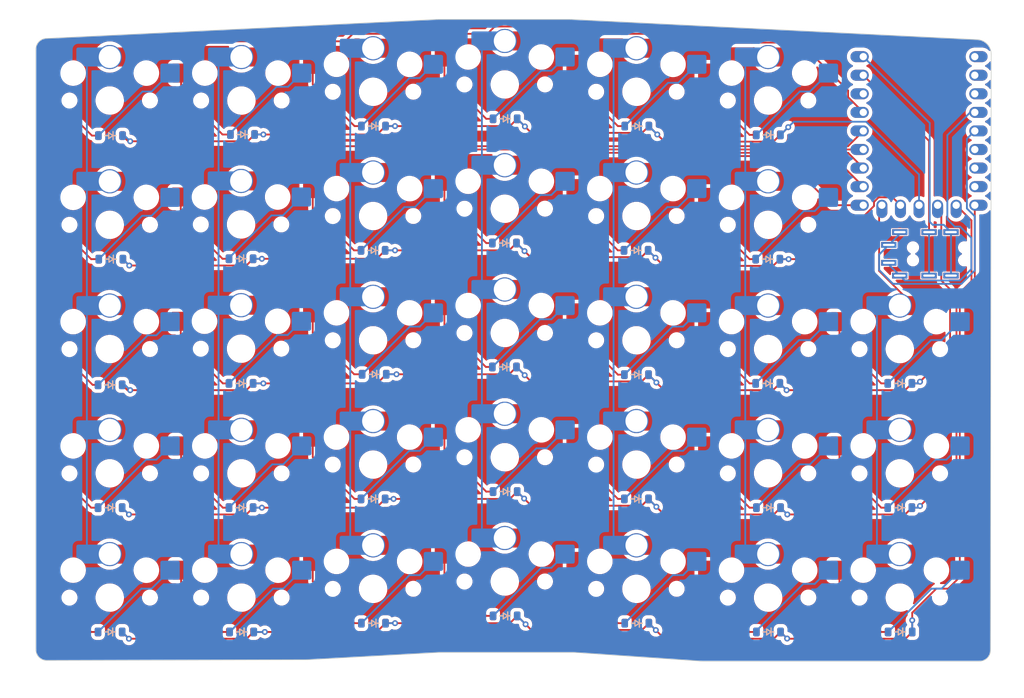
<source format=kicad_pcb>
(kicad_pcb (version 20240108) (generator "pcbnew") (generator_version "8.0")
  (layers (0 "F.Cu" signal) (31 "B.Cu" signal) (34 "B.Paste" user) (35 "F.Paste" user) (36 "B.SilkS" user "B.Silkscreen") (37 "F.SilkS" user "F.Silkscreen") (38 "B.Mask" user) (39 "F.Mask" user) (44 "Edge.Cuts" user))
  (net 0 "")
  (net 1 "Row 0")
  (net 2 "Net-(D1-A)")
  (net 3 "Net-(D2-A)")
  (net 4 "Net-(D3-A)")
  (net 5 "Net-(D4-A)")
  (net 6 "Net-(D5-A)")
  (net 7 "Net-(D6-A)")
  (net 8 "Row 1")
  (net 9 "Net-(D7-A)")
  (net 10 "Net-(D8-A)")
  (net 11 "Net-(D9-A)")
  (net 12 "Net-(D10-A)")
  (net 13 "Net-(D11-A)")
  (net 14 "Net-(D12-A)")
  (net 15 "Row 2")
  (net 16 "Net-(D13-A)")
  (net 17 "Net-(D14-A)")
  (net 18 "Net-(D15-A)")
  (net 19 "Net-(D16-A)")
  (net 20 "Net-(D17-A)")
  (net 21 "Net-(D18-A)")
  (net 22 "Row 3")
  (net 23 "Net-(D19-A)")
  (net 24 "Net-(D20-A)")
  (net 25 "Net-(D21-A)")
  (net 26 "Net-(D22-A)")
  (net 27 "Net-(D23-A)")
  (net 28 "Net-(D24-A)")
  (net 29 "Row 4")
  (net 30 "Net-(D25-A)")
  (net 31 "Net-(D26-A)")
  (net 32 "Net-(D27-A)")
  (net 33 "Net-(D28-A)")
  (net 34 "Net-(D29-A)")
  (net 35 "Net-(D30-A)")
  (net 36 "Net-(D31-A)")
  (net 37 "Net-(D32-A)")
  (net 38 "Col 0")
  (net 39 "Col 1")
  (net 40 "Col 2")
  (net 41 "Col 3")
  (net 42 "Col 4")
  (net 43 "Col 5")
  (net 44 "Col 6")
  (net 46 "GND")
  (net 48 "VCC")
  (net 54 "Net-(D33-A)")
  (net 55 "RX2")
  (net 56 "TX1")
  (net 57 "Net-(D34-A)")
  (net 58 "Net-(D35-A)")
  (net 59 "Net-(D36-A)")
  (net 60 "Net-(D37-A)")
  (net 61 "Net-(D38-A)")
  (net 62 "Net-(D39-A)")
  (net 63 "Net-(D40-A)")
  (net 64 "Net-(D41-A)")
  (net 65 "Net-(D42-A)")
  (net 66 "Net-(D43-A)")
  (net 67 "Net-(D44-A)")
  (net 68 "Net-(D45-A)")
  (net 69 "Net-(D46-A)")
  (net 70 "Net-(D47-A)")
  (net 71 "Net-(D48-A)")
  (net 72 "Net-(D49-A)")
  (net 73 "Net-(D50-A)")
  (net 74 "Net-(D51-A)")
  (net 75 "Net-(D52-A)")
  (net 76 "Net-(D53-A)")
  (net 77 "Net-(D54-A)")
  (net 78 "Net-(D55-A)")
  (net 79 "Net-(D56-A)")
  (net 80 "Net-(D57-A)")
  (net 81 "Net-(D58-A)")
  (net 82 "Net-(D59-A)")
  (net 83 "Net-(D60-A)")
  (net 84 "Net-(D61-A)")
  (net 85 "Net-(D62-A)")
  (net 86 "Net-(D63-A)")
  (net 87 "Net-(D64-A)")
  (net 88 "Net-(D65-A)")
  (net 89 "Net-(D66-A)")
  (footprint "ScottoKeebs_Components:Diode_SOD-123_clean" (layer "F.Cu") (at 143.82 116.33 180)
    (property "Reference" "D47" (hide yes))
    (property "Value" "Diode")
  )
  (footprint "ScottoKeebs_Choc:SW_choc_v1_HS_1u_Reversible_clean" (layer "F.Cu") (at 161.82 61.83)
    (property "Reference" "S6" (hide yes))
    (property "Value" "~")
  )
  (footprint "ScottoKeebs_Components:Diode_SOD-123_clean" (layer "F.Cu") (at 125.87 115.33 180)
    (property "Reference" "D45" (hide yes))
    (property "Value" "Diode")
  )
  (footprint "ScottoKeebs_Components:TRRS-lily58" (layer "F.Cu") (at 190.12 83.68 -90)
    (property "Reference" "U2" (hide yes))
    (property "Value" "TRRS" (hide yes))
  )
  (footprint "ScottoKeebs_Components:Diode_SOD-123_clean" (layer "F.Cu") (at 89.97 66.48 180)
    (property "Reference" "D3" (hide yes))
    (property "Value" "Diode")
  )
  (footprint "ScottoKeebs_Components:Diode_SOD-123_clean" (layer "F.Cu") (at 107.97 99.28 180)
    (property "Reference" "D29" (hide yes))
    (property "Value" "Diode")
  )
  (footprint "ScottoKeebs_Components:Diode_SOD-123_clean" (layer "F.Cu") (at 161.82 66.53 180)
    (property "Reference" "D11" (hide yes))
    (property "Value" "Diode")
  )
  (footprint "ScottoKeebs_Components:Diode_SOD-123_clean" (layer "F.Cu") (at 161.87 134.53 180)
    (property "Reference" "D63" (hide yes))
    (property "Value" "Diode")
  )
  (footprint "ScottoKeebs_Components:Diode_SOD-123_clean" (layer "F.Cu") (at 179.82 117.53 180)
    (property "Reference" "D51" (hide yes))
    (property "Value" "Diode")
  )
  (footprint "ScottoKeebs_Choc:SW_choc_v1_HS_1u_Reversible_clean" (layer "F.Cu") (at 179.82 95.83)
    (property "Reference" "S19" (hide yes))
    (property "Value" "~")
  )
  (footprint "ScottoKeebs_Components:Diode_SOD-123_clean" (layer "F.Cu") (at 89.77 83.48 180)
    (property "Reference" "D15" (hide yes))
    (property "Value" "Diode")
  )
  (footprint "ScottoKeebs_Components:Diode_SOD-123_clean" (layer "F.Cu") (at 89.77 117.53 180)
    (property "Reference" "D41" (hide yes))
    (property "Value" "Diode")
  )
  (footprint "ScottoKeebs_Components:Diode_SOD-123_clean" (layer "F.Cu") (at 71.87 117.53 180)
    (property "Reference" "D39" (hide yes))
    (property "Value" "Diode")
  )
  (footprint "ScottoKeebs_Components:Diode_SOD-123_clean" (layer "F.Cu") (at 143.82 99.33 180)
    (property "Reference" "D33" (hide yes))
    (property "Value" "Diode")
  )
  (footprint "ScottoKeebs_Components:Diode_SOD-123_clean" (layer "F.Cu") (at 161.77 100.53 180)
    (property "Reference" "D35" (hide yes))
    (property "Value" "Diode")
  )
  (footprint "ScottoKeebs_Choc:SW_choc_v1_HS_1u_Reversible_clean" (layer "F.Cu") (at 125.82 59.63)
    (property "Reference" "S4" (hide yes))
    (property "Value" "~")
  )
  (footprint "ScottoKeebs_Choc:SW_choc_v1_HS_1u_Reversible_clean" (layer "F.Cu") (at 143.82 60.63)
    (property "Reference" "S5" (hide yes))
    (property "Value" "~")
  )
  (footprint "ScottoKeebs_Choc:SW_choc_v1_HS_1u_Reversible_clean" (layer "F.Cu") (at 71.82 78.83)
    (property "Reference" "S7" (hide yes))
    (property "Value" "~")
  )
  (footprint "ScottoKeebs_Choc:SW_choc_v1_HS_1u_Reversible_clean" (layer "F.Cu") (at 143.82 128.63)
    (property "Reference" "S31" (hide yes))
    (property "Value" "~")
  )
  (footprint "ScottoKeebs_Choc:SW_choc_v1_HS_1u_Reversible_clean" (layer "F.Cu") (at 107.82 111.63)
    (property "Reference" "S22" (hide yes))
    (property "Value" "~")
  )
  (footprint "ScottoKeebs_Choc:SW_choc_v1_HS_1u_Reversible_clean" (layer "F.Cu") (at 161.82 78.83)
    (property "Reference" "S12" (hide yes))
    (property "Value" "~")
  )
  (footprint "ScottoKeebs_Choc:SW_choc_v1_HS_1u_Reversible_clean" (layer "F.Cu") (at 161.82 112.83)
    (property "Reference" "S25" (hide yes))
    (property "Value" "~")
  )
  (footprint "ScottoKeebs_Components:Diode_SOD-123_clean" (layer "F.Cu") (at 89.77 100.53 180)
    (property "Reference" "D27" (hide yes))
    (property "Value" "Diode")
  )
  (footprint "ScottoKeebs_Components:Diode_SOD-123_clean" (layer "F.Cu") (at 143.87 133.33 180)
    (property "Reference" "D61" (hide yes))
    (property "Value" "Diode")
  )
  (footprint "ScottoKeebs_Components:Diode_SOD-123_clean" (layer "F.Cu") (at 161.77 83.53 180)
    (property "Reference" "D23" (hide yes))
    (property "Value" "Diode")
  )
  (footprint "ScottoKeebs_Components:Diode_SOD-123_clean" (layer "F.Cu") (at 143.77 82.33 180)
    (property "Reference" "D21" (hide yes))
    (property "Value" "Diode")
  )
  (footprint "ScottoKeebs_Components:Diode_SOD-123_clean" (layer "F.Cu") (at 179.82 100.53 180)
    (property "Reference" "D37" (hide yes))
    (property "Value" "Diode")
  )
  (footprint "ScottoKeebs_Components:Diode_SOD-123_clean" (layer "F.Cu") (at 143.87 65.33 180)
    (property "Reference" "D9" (hide yes))
    (property "Value" "Diode")
  )
  (footprint "ScottoKeebs_Choc:SW_choc_v1_HS_1u_Reversible_clean" (layer "F.Cu") (at 125.82 127.63)
    (property "Reference" "S30" (hide yes))
    (property "Value" "~")
  )
  (footprint "ScottoKeebs_Components:Diode_SOD-123_clean" (layer "F.Cu") (at 179.87 134.53 180)
    (property "Reference" "D65" (hide yes))
    (property "Value" "Diode")
  )
  (footprint "ScottoKeebs_Choc:SW_choc_v1_HS_1u_Reversible_clean" (layer "F.Cu") (at 89.82 61.83)
    (property "Reference" "S2" (hide yes))
    (property "Value" "~")
  )
  (footprint "ScottoKeebs_Choc:SW_choc_v1_HS_1u_Reversible_clean" (layer "F.Cu") (at 107.82 128.63)
    (property "Reference" "S29" (hide yes))
    (property "Value" "~")
  )
  (footprint "ScottoKeebs_Choc:SW_choc_v1_HS_1u_Reversible_clean" (layer "F.Cu") (at 71.82 95.83)
    (property "Reference" "S13" (hide yes))
    (property "Value" "~")
  )
  (footprint "ScottoKeebs_Choc:SW_choc_v1_HS_1u_Reversible_clean" (layer "F.Cu") (at 125.82 110.63)
    (property "Reference" "S23" (hide yes))
    (property "Value" "~")
  )
  (footprint "ScottoKeebs_Choc:SW_choc_v1_HS_1u_Reversible_clean" (layer "F.Cu") (at 143.82 111.63)
    (property "Reference" "S24" (hide yes))
    (property "Value" "~")
  )
  (footprint "ScottoKeebs_Components:Diode_SOD-123_clean" (layer "F.Cu") (at 71.92 66.63 180)
    (property "Reference" "D1" (hide yes))
    (property "Value" "Diode")
  )
  (footprint "ScottoKeebs_Choc:SW_choc_v1_HS_1u_Reversible_clean" (layer "F.Cu") (at 161.82 95.83)
    (property "Reference" "S18" (hide yes))
    (property "Value" "~")
  )
  (footprint "ScottoKeebs_Choc:SW_choc_v1_HS_1u_Reversible_clean" (layer "F.Cu") (at 89.775 78.78)
    (property "Reference" "S8" (hide yes))
    (property "Value" "~")
  )
  (footprint "ScottoKeebs_Components:Diode_SOD-123_clean" (layer "F.Cu") (at 125.87 132.33 180)
    (property "Reference" "D59" (hide yes))
    (property "Value" "Diode")
  )
  (footprint "ScottoKeebs_Components:Diode_SOD-123_clean" (layer "F.Cu") (at 107.87 65.33 180)
    (property "Reference" "D5" (hide yes))
    (property "Value" "Diode")
  )
  (footprint "ScottoKeebs_Choc:SW_choc_v1_HS_1u_Reversible_clean" (layer "F.Cu") (at 125.82 93.63)
    (property "Reference" "S16" (hide yes))
    (property "Value" "~")
  )
  (footprint "ScottoKeebs_MCU:RP2040_Zero" (layer "F.Cu") (at 182.45 65.99)
    (property "Reference" "U1" (hide yes))
    (property "Value" "RP2040_Zero" (hide yes))
  )
  (footprint "ScottoKeebs_Choc:SW_choc_v1_HS_1u_Reversible_clean" (layer "F.Cu") (at 143.82 77.63)
    (property "Reference" "S11" (hide yes))
    (property "Value" "~")
  )
  (footprint "ScottoKeebs_Choc:SW_choc_v1_HS_1u_Reversible_clean" (layer "F.Cu") (at 71.82 112.83)
    (property "Reference" "S20" (hide yes))
    (property "Value" "~")
  )
  (footprint "ScottoKeebs_Components:Diode_SOD-123_clean" (layer "F.Cu") (at 125.77 98.28 180)
    (property "Reference" "D31" (hide yes))
    (property "Value" "Diode")
  )
  (footprint "ScottoKeebs_Choc:SW_choc_v1_HS_1u_Reversible_clean" (layer "F.Cu") (at 125.82 76.63)
    (property "Reference" "S10" (hide yes))
    (property "Value" "~")
  )
  (footprint "ScottoKeebs_Choc:SW_choc_v1_HS_1u_Reversible_clean" (layer "F.Cu") (at 89.775 95.78)
    (property "Reference" "S14" (hide yes))
    (property "Value" "~")
  )
  (footprint "ScottoKeebs_Components:Diode_SOD-123_clean" (layer "F.Cu") (at 71.87 100.73 180)
    (property "Reference" "D25" (hide yes))
    (property "Value" "Diode")
  )
  (footprint "ScottoKeebs_Choc:SW_choc_v1_HS_1u_Reversible_clean" (layer "F.Cu") (at 179.82 112.83)
    (property "Reference" "S26" (hide yes))
    (property "Value" "~")
  )
  (footprint "ScottoKeebs_Components:Diode_SOD-123_clean" (layer "F.Cu") (at 107.82 116.33 180)
    (property "Reference" "D43" (hide yes))
    (property "Value" "Diode")
  )
  (footprint "ScottoKeebs_Choc:SW_choc_v1_HS_1u_Reversible_clean" (layer "F.Cu") (at 71.82 129.83)
    (property "Reference" "S27" (hide yes))
    (property "Value" "~")
  )
  (footprint "ScottoKeebs_Choc:SW_choc_v1_HS_1u_Reversible_clean" (layer "F.Cu") (at 179.82 129.83)
    (property "Reference" "S33" (hide yes))
    (property "Value" "~")
  )
  (footprint "ScottoKeebs_Choc:SW_choc_v1_HS_1u_Reversible_clean" (layer "F.Cu") (at 89.82 112.83)
    (property "Reference" "S21" (hide yes))
    (property "Value" "~")
  )
  (footprint "ScottoKeebs_Components:Diode_SOD-123_clean" (layer "F.Cu") (at 125.87 64.33 180)
    (property "Reference" "D7" (hide yes))
    (property "Value" "Diode")
  )
  (footprint "ScottoKeebs_Components:Diode_SOD-123_clean" (layer "F.Cu") (at 107.82 82.33 180)
    (property "Reference" "D17" (hide yes))
    (property "Value" "Diode")
  )
  (footprint "ScottoKeebs_Components:Diode_SOD-123_clean" (layer "F.Cu") (at 107.87 133.33 180)
    (property "Reference" "D57" (hide yes))
    (property "Value" "Diode")
  )
  (footprint "ScottoKeebs_Choc:SW_choc_v1_HS_1u_Reversible_clean" (layer "F.Cu") (at 107.82 94.63)
    (property "Reference" "S15" (hide yes))
    (property "Value" "~")
  )
  (footprint "ScottoKeebs_Choc:SW_choc_v1_HS_1u_Reversible_clean" (layer "F.Cu") (at 161.82 129.83)
    (property "Reference" "S32" (hide yes))
    (property "Value" "~")
  )
  (footprint "ScottoKeebs_Components:Diode_SOD-123_clean" (layer "F.Cu") (at 89.82 134.53 180)
    (property "Reference" "D55" (hide yes))
    (property "Value" "Diode")
  )
  (footprint "ScottoKeebs_Components:Diode_SOD-123_clean" (layer "F.Cu") (at 161.87 117.53 180)
    (property "Reference" "D49" (hide yes))
    (property "Value" "Diode")
  )
  (footprint "ScottoKeebs_Choc:SW_choc_v1_HS_1u_Reversible_clean" (layer "F.Cu") (at 107.82 60.63)
    (property "Reference" "S3" (hide yes))
    (property "Value" "~")
  )
  (footprint "ScottoKeebs_Components:Diode_SOD-123_clean" (layer "F.Cu") (at 71.97 83.53 180)
    (property "Reference" "D13" (hide yes))
    (property "Value" "Diode")
  )
  (footprint "ScottoKeebs_Components:Diode_SOD-123_clean" (layer "F.Cu") (at 71.87 134.53 180)
    (property "Reference" "D53" (hide yes))
    (property "Value" "Diode")
  )
  (footprint "ScottoKeebs_Choc:SW_choc_v1_HS_1u_Reversible_clean" (layer "F.Cu") (at 89.82 129.83)
    (property "Reference" "S28" (hide yes))
    (property "Value" "~")
  )
  (footprint "ScottoKeebs_Choc:SW_choc_v1_HS_1u_Reversible_clean" (layer "F.Cu") (at 71.82 61.83)
    (property "Reference" "S1" (hide yes))
    (property "Value" "~")
  )
  (footprint "ScottoKeebs_Choc:SW_choc_v1_HS_1u_Reversible_clean" (layer "F.Cu") (at 107.82 77.63)
    (property "Reference" "S9" (hide yes))
    (property "Value" "~")
  )
  (footprint "ScottoKeebs_Components:Diode_SOD-123_clean" (layer "F.Cu") (at 125.77 81.33 180)
    (property "Reference" "D19" (hide yes))
    (property "Value" "Diode")
  )
  (footprint "ScottoKeebs_Choc:SW_choc_v1_HS_1u_Reversible_clean" (layer "F.Cu") (at 143.82 94.63)
    (property "Reference" "S17" (hide yes))
    (property "Value" "~")
  )
  (footprint "ScottoKeebs_Components:Diode_SOD-123_clean" (layer "B.Cu") (at 161.87 134.53 180)
    (property "Reference" "D64" (hide yes))
    (property "Value" "Diode")
  )
  (footprint "ScottoKeebs_Components:Diode_SOD-123_clean" (layer "B.Cu") (at 143.77 82.33 180)
    (property "Reference" "D22" (hide yes))
    (property "Value" "Diode")
  )
  (footprint "ScottoKeebs_Components:Diode_SOD-123_clean" (layer "B.Cu") (at 107.87 133.33 180)
    (property "Reference" "D58" (hide yes))
    (property "Value" "Diode")
  )
  (footprint "ScottoKeebs_Components:Diode_SOD-123_clean" (layer "B.Cu") (at 125.77 98.28 180)
    (property "Reference" "D32" (hide yes))
    (property "Value" "Diode")
  )
  (footprint "ScottoKeebs_Components:Diode_SOD-123_clean" (layer "B.Cu") (at 107.82 116.33 180)
    (property "Reference" "D44" (hide yes))
    (property "Value" "Diode")
  )
  (footprint "ScottoKeebs_Components:Diode_SOD-123_clean" (layer "B.Cu") (at 179.82 117.53 180)
    (property "Reference" "D52" (hide yes))
    (property "Value" "Diode")
  )
  (footprint "ScottoKeebs_Components:Diode_SOD-123_clean" (layer "B.Cu") (at 143.87 133.33 180)
    (property "Reference" "D62" (hide yes))
    (property "Value" "Diode")
  )
  (footprint "ScottoKeebs_Components:Diode_SOD-123_clean" (layer "B.Cu") (at 89.77 83.48 180)
    (property "Reference" "D16" (hide yes))
    (property "Value" "Diode")
  )
  (footprint "ScottoKeebs_Components:Diode_SOD-123_clean" (layer "B.Cu") (at 107.97 99.28 180)
    (property "Reference" "D30" (hide yes))
    (property "Value" "Diode")
  )
  (footprint "ScottoKeebs_Components:Diode_SOD-123_clean" (layer "B.Cu") (at 125.87 64.33 180)
    (property "Reference" "D8" (hide yes))
    (property "Value" "Diode")
  )
  (footprint "ScottoKeebs_Components:Diode_SOD-123_clean" (layer "B.Cu") (at 179.82 100.53 180)
    (property "Reference" "D38" (hide yes))
    (property "Value" "Diode")
  )
  (footprint "ScottoKeebs_Components:Diode_SOD-123_clean" (layer "B.Cu") (at 107.82 82.33 180)
    (property "Reference" "D18" (hide yes))
    (property "Value" "Diode")
  )
  (footprint "ScottoKeebs_Components:Diode_SOD-123_clean" (layer "B.Cu") (at 179.87 134.53 180)
    (property "Reference" "D66" (hide yes))
    (property "Value" "Diode")
  )
  (footprint "ScottoKeebs_Components:Diode_SOD-123_clean" (layer "B.Cu") (at 107.87 65.33 180)
    (property "Reference" "D6" (hide yes))
    (property "Value" "Diode")
  )
  (footprint "ScottoKeebs_Components:Diode_SOD-123_clean" (layer "B.Cu") (at 89.77 100.53 180)
    (property "Reference" "D28" (hide yes))
    (property "Value" "Diode")
  )
  (footprint "ScottoKeebs_Components:Diode_SOD-123_clean" (layer "B.Cu") (at 125.87 132.33 180)
    (property "Reference" "D60" (hide yes))
    (property "Value" "Diode")
  )
  (footprint "ScottoKeebs_Components:Diode_SOD-123_clean" (layer "B.Cu") (at 125.77 81.33 180)
    (property "Reference" "D20" (hide yes))
    (property "Value" "Diode")
  )
  (footprint "ScottoKeebs_Components:Diode_SOD-123_clean" (layer "B.Cu") (at 143.82 116.33 180)
    (property "Reference" "D48" (hide yes))
    (property "Value" "Diode")
  )
  (footprint "ScottoKeebs_Components:Diode_SOD-123_clean" (layer "B.Cu") (at 71.92 66.63 180)
    (property "Reference" "D2" (hide yes))
    (property "Value" "Diode")
  )
  (footprint "ScottoKeebs_Components:Diode_SOD-123_clean" (layer "B.Cu") (at 89.87 134.53 180)
    (property "Reference" "D56" (hide yes))
    (property "Value" "Diode")
  )
  (footprint "ScottoKeebs_Components:Diode_SOD-123_clean" (layer "B.Cu") (at 125.87 115.33 180)
    (property "Reference" "D46" (hide yes))
    (property "Value" "Diode")
  )
  (footprint "ScottoKeebs_Components:Diode_SOD-123_clean" (layer "B.Cu") (at 89.97 66.48 180)
    (property "Reference" "D4" (hide yes))
    (property "Value" "Diode")
  )
  (footprint "ScottoKeebs_Components:Diode_SOD-123_clean" (layer "B.Cu") (at 71.87 117.53 180)
    (property "Reference" "D40" (hide yes))
    (property "Value" "Diode")
  )
  (footprint "ScottoKeebs_Components:Diode_SOD-123_clean" (layer "B.Cu") (at 161.87 66.53 180)
    (property "Reference" "D12" (hide yes))
    (property "Value" "Diode")
  )
  (footprint "ScottoKeebs_Components:Diode_SOD-123_clean" (layer "B.Cu") (at 161.77 100.53 180)
    (property "Reference" "D36" (hide yes))
    (property "Value" "Diode")
  )
  (footprint "ScottoKeebs_Components:Diode_SOD-123_clean" (layer "B.Cu") (at 71.97 83.53 180)
    (property "Reference" "D14" (hide yes))
    (property "Value" "Diode")
  )
  (footprint "ScottoKeebs_Components:Diode_SOD-123_clean" (layer "B.Cu") (at 161.77 83.53 180)
    (property "Reference" "D24" (hide yes))
    (property "Value" "Diode")
  )
  (footprint "ScottoKeebs_Components:Diode_SOD-123_clean" (layer "B.Cu") (at 71.87 134.53 180)
    (property "Reference" "D54" (hide yes))
    (property "Value" "Diode")
  )
  (footprint "ScottoKeebs_Components:Diode_SOD-123_clean" (layer "B.Cu") (at 143.82 99.33 180)
    (property "Reference" "D34" (hide yes))
    (property "Value" "Diode")
  )
  (footprint "ScottoKeebs_Components:Diode_SOD-123_clean" (layer "B.Cu") (at 143.87 65.33 180)
    (property "Reference" "D10" (hide yes))
    (property "Value" "Diode")
  )
  (footprint "ScottoKeebs_Components:Diode_SOD-123_clean" (layer "B.Cu") (at 71.87 100.73 180)
    (property "Reference" "D26" (hide yes))
    (property "Value" "Diode")
  )
  (footprint "ScottoKeebs_Components:Diode_SOD-123_clean" (layer "B.Cu") (at 161.87 117.53 180)
    (property "Reference" "D50" (hide yes))
    (property "Value" "Diode")
  )
  (footprint "ScottoKeebs_Components:Diode_SOD-123_clean" (layer "B.Cu") (at 89.77 117.53 180)
    (property "Reference" "D42" (hide yes))
    (property "Value" "Diode")
  )
  (gr_line (start 135.32 137.33) (end 152.72 138.53) (stroke (width 0.1)) (layer "Edge.Cuts"))
  (gr_line (start 192.32 55.494214) (end 192.22 137.03) (stroke (width 0.1)) (layer "Edge.Cuts"))
  (gr_line (start 63.22 53.33) (end 116.62 50.73) (stroke (width 0.1)) (layer "Edge.Cuts"))
  (gr_line (start 61.72 136.93) (end 61.72 54.83) (stroke (width 0.1)) (layer "Edge.Cuts"))
  (gr_line (start 98.87 138.33) (end 116.82 137.33) (stroke (width 0.1)) (layer "Edge.Cuts"))
  (gr_line (start 98.87 138.33) (end 63.22 138.43) (stroke (width 0.1)) (layer "Edge.Cuts"))
  (gr_arc (start 190.32 53.494214) (mid 191.734214 54.08) (end 192.32 55.494214) (stroke (width 0.1)) (layer "Edge.Cuts"))
  (gr_line (start 134.82 50.73) (end 190.32 53.494214) (stroke (width 0.1)) (layer "Edge.Cuts"))
  (gr_line (start 135.32 137.33) (end 116.82 137.33) (stroke (width 0.1)) (layer "Edge.Cuts"))
  (gr_line (start 190.72 138.53) (end 152.72 138.53) (stroke (width 0.1)) (layer "Edge.Cuts"))
  (gr_arc (start 61.72 54.83) (mid 62.15934 53.76934) (end 63.22 53.33) (stroke (width 0.1)) (layer "Edge.Cuts"))
  (gr_line (start 116.62 50.73) (end 134.82 50.73) (stroke (width 0.1)) (layer "Edge.Cuts"))
  (gr_arc (start 192.22 137.03) (mid 191.780663 138.090674) (end 190.72 138.53) (stroke (width 0.1)) (layer "Edge.Cuts"))
  (gr_arc (start 63.22 138.43) (mid 62.15934 137.99066) (end 61.72 136.93) (stroke (width 0.1)) (layer "Edge.Cuts"))
  (segment (start 91.62 66.48) (end 92.82 66.48) (width 0.25) (layer "F.Cu") (net 1))
  (segment (start 109.52 65.33) (end 110.82 65.33) (width 0.25) (layer "F.Cu") (net 1))
  (segment (start 163.52 66.53) (end 164.57 65.48) (width 0.25) (layer "F.Cu") (net 1))
  (segment (start 92.82 66.48) (end 108.37 66.48) (width 0.25) (layer "F.Cu") (net 1))
  (segment (start 127.52 64.33) (end 128.57 65.38) (width 0.25) (layer "F.Cu") (net 1))
  (segment (start 144.595 66.255) (end 145.52 65.33) (width 0.25) (layer "F.Cu") (net 1))
  (segment (start 163.47 66.53) (end 163.52 66.53) (width 0.25) (layer "F.Cu") (net 1))
  (segment (start 73.57 66.63) (end 74.345 67.405) (width 0.25) (layer "F.Cu") (net 1))
  (segment (start 129.445 66.255) (end 144.595 66.255) (width 0.25) (layer "F.Cu") (net 1))
  (segment (start 162.545 67.455) (end 163.47 66.53) (width 0.25) (layer "F.Cu") (net 1))
  (segment (start 74.345 67.405) (end 74.62 67.405) (width 0.25) (layer "F.Cu") (net 1))
  (segment (start 128.57 65.38) (end 129.445 66.255) (width 0.25) (layer "F.Cu") (net 1))
  (segment (start 110.82 65.33) (end 126.52 65.33) (width 0.25) (layer "F.Cu") (net 1))
  (segment (start 108.37 66.48) (end 109.52 65.33) (width 0.25) (layer "F.Cu") (net 1))
  (segment (start 90.695 67.405) (end 91.62 66.48) (width 0.25) (layer "F.Cu") (net 1))
  (segment (start 145.52 65.33) (end 146.67 66.48) (width 0.25) (layer "F.Cu") (net 1))
  (segment (start 74.62 67.405) (end 90.695 67.405) (width 0.25) (layer "F.Cu") (net 1))
  (segment (start 146.67 66.48) (end 147.645 67.455) (width 0.25) (layer "F.Cu") (net 1))
  (segment (start 147.645 67.455) (end 162.545 67.455) (width 0.25) (layer "F.Cu") (net 1))
  (segment (start 126.52 65.33) (end 127.52 64.33) (width 0.25) (layer "F.Cu") (net 1))
  (via (at 146.67 66.48) (size 0.8) (drill 0.4) (layers "F.Cu" "B.Cu") (net 1))
  (via (at 110.82 65.33) (size 0.8) (drill 0.4) (layers "F.Cu" "B.Cu") (net 1))
  (via (at 92.82 66.48) (size 0.8) (drill 0.4) (layers "F.Cu" "B.Cu") (net 1))
  (via (at 128.57 65.38) (size 0.8) (drill 0.4) (layers "F.Cu" "B.Cu") (net 1))
  (via (at 74.62 67.405) (size 0.8) (drill 0.4) (layers "F.Cu" "B.Cu") (net 1))
  (via (at 164.57 65.48) (size 0.8) (drill 0.4) (layers "F.Cu" "B.Cu") (net 1))
  (segment (start 73.845 66.63) (end 74.62 67.405) (width 0.25) (layer "B.Cu") (net 1))
  (segment (start 91.62 66.48) (end 92.82 66.48) (width 0.25) (layer "B.Cu") (net 1))
  (segment (start 164.57 65.48) (end 165.32 64.73) (width 0.25) (layer "B.Cu") (net 1))
  (segment (start 127.52 64.33) (end 128.57 65.38) (width 0.25) (layer "B.Cu") (net 1))
  (segment (start 109.52 65.33) (end 110.82 65.33) (width 0.25) (layer "B.Cu") (net 1))
  (segment (start 175.22 64.73) (end 182.45 71.96) (width 0.25) (layer "B.Cu") (net 1))
  (segment (start 73.57 66.63) (end 73.845 66.63) (width 0.25) (layer "B.Cu") (net 1))
  (segment (start 163.52 66.53) (end 164.57 65.48) (width 0.25) (layer "B.Cu") (net 1))
  (segment (start 145.52 65.33) (end 146.67 66.48) (width 0.25) (layer "B.Cu") (net 1))
  (segment (start 165.32 64.73) (end 175.22 64.73) (width 0.25) (layer "B.Cu") (net 1))
  (segment (start 182.45 71.96) (end 182.45 76.15) (width 0.25) (layer "B.Cu") (net 1))
  (segment (start 69.387588 66.63) (end 70.27 66.63) (width 0.25) (layer "F.Cu") (net 2))
  (segment (start 63.575 58.08) (end 63.575 60.817412) (width 0.25) (layer "F.Cu") (net 2))
  (segment (start 63.575 60.817412) (end 69.387588 66.63) (width 0.25) (layer "F.Cu") (net 2))
  (segment (start 76.295 60.605) (end 70.27 66.63) (width 0.25) (layer "B.Cu") (net 3))
  (segment (start 80.065 58.08) (end 77.54 60.605) (width 0.25) (layer "B.Cu") (net 3))
  (segment (start 77.54 60.605) (end 76.295 60.605) (width 0.25) (layer "B.Cu") (net 3))
  (segment (start 81.575 58.08) (end 81.575 60.817412) (width 0.25) (layer "F.Cu") (net 4))
  (segment (start 81.575 60.817412) (end 87.237588 66.48) (width 0.25) (layer "F.Cu") (net 4))
  (segment (start 87.237588 66.48) (end 88.32 66.48) (width 0.25) (layer "F.Cu") (net 4))
  (segment (start 96.19 59.955) (end 94.629493 59.955) (width 0.25) (layer "B.Cu") (net 5))
  (segment (start 98.065 58.08) (end 96.19 59.955) (width 0.25) (layer "B.Cu") (net 5))
  (segment (start 94.629493 59.955) (end 88.32 66.264493) (width 0.25) (layer "B.Cu") (net 5))
  (segment (start 88.32 66.264493) (end 88.32 66.48) (width 0.25) (layer "B.Cu") (net 5))
  (segment (start 99.575 56.88) (end 99.575 59.617412) (width 0.25) (layer "F.Cu") (net 6))
  (segment (start 105.287588 65.33) (end 106.22 65.33) (width 0.25) (layer "F.Cu") (net 6))
  (segment (start 99.575 59.617412) (end 105.287588 65.33) (width 0.25) (layer "F.Cu") (net 6))
  (segment (start 116.065 56.88) (end 114.19 58.755) (width 0.25) (layer "B.Cu") (net 7))
  (segment (start 114.19 58.755) (end 112.795 58.755) (width 0.25) (layer "B.Cu") (net 7))
  (segment (start 112.795 58.755) (end 106.22 65.33) (width 0.25) (layer "B.Cu") (net 7))
  (segment (start 146.42 83.33) (end 147.545 84.455) (width 0.25) (layer "F.Cu") (net 8))
  (segment (start 162.495 84.455) (end 163.42 83.53) (width 0.25) (layer "F.Cu") (net 8))
  (segment (start 109.47 82.33) (end 110.82 82.33) (width 0.25) (layer "F.Cu") (net 8))
  (segment (start 128.52 82.43) (end 129.345 83.255) (width 0.25) (layer "F.Cu") (net 8))
  (segment (start 127.42 81.33) (end 128.52 82.43) (width 0.25) (layer "F.Cu") (net 8))
  (segment (start 145.42 82.33) (end 146.42 83.33) (width 0.25) (layer "F.Cu") (net 8))
  (segment (start 163.42 83.53) (end 164.62 83.53) (width 0.25) (layer "F.Cu") (net 8))
  (segment (start 108.32 83.48) (end 109.47 82.33) (width 0.25) (layer "F.Cu") (net 8))
  (segment (start 126.42 82.33) (end 127.42 81.33) (width 0.25) (layer "F.Cu") (net 8))
  (segment (start 144.495 83.255) (end 145.42 82.33) (width 0.25) (layer "F.Cu") (net 8))
  (segment (start 90.495 84.405) (end 91.42 83.48) (width 0.25) (layer "F.Cu") (net 8))
  (segment (start 147.545 84.455) (end 162.495 84.455) (width 0.25) (layer "F.Cu") (net 8))
  (segment (start 129.345 83.255) (end 144.495 83.255) (width 0.25) (layer "F.Cu") (net 8))
  (segment (start 169.02 83.53) (end 176.295 76.255) (width 0.25) (layer "F.Cu") (net 8))
  (segment (start 73.62 83.53) (end 74.495 84.405) (width 0.25) (layer "F.Cu") (net 8))
  (segment (start 176.295 75.70472) (end 176.92472 75.075) (width 0.25) (layer "F.Cu") (net 8))
  (segment (start 110.82 82.33) (end 126.42 82.33) (width 0.25) (layer "F.Cu") (net 8))
  (segment (start 178.835 75.075) (end 179.91 76.15) (width 0.25) (layer "F.Cu") (net 8))
  (segment (start 164.62 83.53) (end 169.02 83.53) (width 0.25) (layer "F.Cu") (net 8))
  (segment (start 74.495 84.405) (end 90.495 84.405) (width 0.25) (layer "F.Cu") (net 8))
  (segment (start 92.62 83.48) (end 108.32 83.48) (width 0.25) (layer "F.Cu") (net 8))
  (segment (start 91.42 83.48) (end 92.62 83.48) (width 0.25) (layer "F.Cu") (net 8))
  (segment (start 176.92472 75.075) (end 178.835 75.075) (width 0.25) (layer "F.Cu") (net 8))
  (segment (start 176.295 76.255) (end 176.295 75.70472) (width 0.25) (layer "F.Cu") (net 8))
  (via (at 164.62 83.53) (size 0.8) (drill 0.4) (layers "F.Cu" "B.Cu") (net 8))
  (via (at 74.495 84.405) (size 0.8) (drill 0.4) (layers "F.Cu" "B.Cu") (net 8))
  (via (at 128.52 82.43) (size 0.8) (drill 0.4) (layers "F.Cu" "B.Cu") (net 8))
  (via (at 92.62 83.48) (size 0.8) (drill 0.4) (layers "F.Cu" "B.Cu") (net 8))
  (via (at 146.42 83.33) (size 0.8) (drill 0.4) (layers "F.Cu" "B.Cu") (net 8))
  (via (at 110.82 82.33) (size 0.8) (drill 0.4) (layers "F.Cu" "B.Cu") (net 8))
  (segment (start 163.42 83.53) (end 164.62 83.53) (width 0.25) (layer "B.Cu") (net 8))
  (segment (start 73.62 83.53) (end 74.495 84.405) (width 0.25) (layer "B.Cu") (net 8))
  (segment (start 109.47 82.33) (end 110.82 82.33) (width 0.25) (layer "B.Cu") (net 8))
  (segment (start 127.42 81.33) (end 128.52 82.43) (width 0.25) (layer "B.Cu") (net 8))
  (segment (start 145.42 82.33) (end 146.42 83.33) (width 0.25) (layer "B.Cu") (net 8))
  (segment (start 91.42 83.48) (end 92.62 83.48) (width 0.25) (layer "B.Cu") (net 8))
  (segment (start 117.575 55.88) (end 117.575 58.617412) (width 0.25) (layer "F.Cu") (net 9))
  (segment (start 117.575 58.617412) (end 123.287588 64.33) (width 0.25) (layer "F.Cu") (net 9))
  (segment (start 123.287588 64.33) (end 124.22 64.33) (width 0.25) (layer "F.Cu") (net 9))
  (segment (start 134.065 55.88) (end 132.19 57.755) (width 0.25) (layer "B.Cu") (net 10))
  (segment (start 132.19 57.755) (end 130.795 57.755) (width 0.25) (layer "B.Cu") (net 10))
  (segment (start 130.795 57.755) (end 124.22 64.33) (width 0.25) (layer "B.Cu") (net 10))
  (segment (start 141.287588 65.33) (end 142.22 65.33) (width 0.25) (layer "F.Cu") (net 11))
  (segment (start 135.575 56.88) (end 135.575 59.617412) (width 0.25) (layer "F.Cu") (net 11))
  (segment (start 135.575 59.617412) (end 141.287588 65.33) (width 0.25) (layer "F.Cu") (net 11))
  (segment (start 148.145 59.405) (end 142.22 65.33) (width 0.25) (layer "B.Cu") (net 12))
  (segment (start 152.065 56.88) (end 149.54 59.405) (width 0.25) (layer "B.Cu") (net 12))
  (segment (start 149.54 59.405) (end 148.145 59.405) (width 0.25) (layer "B.Cu") (net 12))
  (segment (start 159.287588 66.53) (end 160.17 66.53) (width 0.25) (layer "F.Cu") (net 13))
  (segment (start 153.575 60.817412) (end 159.287588 66.53) (width 0.25) (layer "F.Cu") (net 13))
  (segment (start 153.575 58.08) (end 153.575 60.817412) (width 0.25) (layer "F.Cu") (net 13))
  (segment (start 166.145 60.605) (end 160.22 66.53) (width 0.25) (layer "B.Cu") (net 14))
  (segment (start 170.065 58.08) (end 167.54 60.605) (width 0.25) (layer "B.Cu") (net 14))
  (segment (start 167.54 60.605) (end 166.145 60.605) (width 0.25) (layer "B.Cu") (net 14))
  (segment (start 74.62 101.455) (end 90.495 101.455) (width 0.25) (layer "F.Cu") (net 15))
  (segment (start 127.42 98.28) (end 128.545 99.405) (width 0.25) (layer "F.Cu") (net 15))
  (segment (start 90.495 101.455) (end 91.42 100.53) (width 0.25) (layer "F.Cu") (net 15))
  (segment (start 186.695 96.187412) (end 186.695 87.655) (width 0.25) (layer "F.Cu") (net 15))
  (segment (start 180.545 101.455) (end 181.47 100.53) (width 0.25) (layer "F.Cu") (net 15))
  (segment (start 147.595 101.455) (end 162.495 101.455) (width 0.25) (layer "F.Cu") (net 15))
  (segment (start 129.395 100.255) (end 144.545 100.255) (width 0.25) (layer "F.Cu") (net 15))
  (segment (start 162.495 101.455) (end 163.42 100.53) (width 0.25) (layer "F.Cu") (net 15))
  (segment (start 182.586206 100.296206) (end 186.695 96.187412) (width 0.25) (layer "F.Cu") (net 15))
  (segment (start 109.62 99.28) (end 111.02 99.28) (width 0.25) (layer "F.Cu") (net 15))
  (segment (start 181.47 100.53) (end 182.352412 100.53) (width 0.25) (layer "F.Cu") (net 15))
  (segment (start 108.37 100.53) (end 109.62 99.28) (width 0.25) (layer "F.Cu") (net 15))
  (segment (start 185.495 86.455) (end 185.495 76.655) (width 0.25) (layer "F.Cu") (net 15))
  (segment (start 73.52 100.73) (end 74.245 101.455) (width 0.25) (layer "F.Cu") (net 15))
  (segment (start 74.245 101.455) (end 74.62 101.455) (width 0.25) (layer "F.Cu") (net 15))
  (segment (start 186.695 87.655) (end 185.495 86.455) (width 0.25) (layer "F.Cu") (net 15))
  (segment (start 185.495 76.655) (end 184.99 76.15) (width 0.25) (layer "F.Cu") (net 15))
  (segment (start 164.345 101.455) (end 180.545 101.455) (width 0.25) (layer "F.Cu") (net 15))
  (segment (start 111.02 99.28) (end 126.42 99.28) (width 0.25) (layer "F.Cu") (net 15))
  (segment (start 128.545 99.405) (end 129.395 100.255) (width 0.25) (layer "F.Cu") (net 15))
  (segment (start 146.545 100.405) (end 147.595 101.455) (width 0.25) (layer "F.Cu") (net 15))
  (segment (start 144.545 100.255) (end 145.47 99.33) (width 0.25) (layer "F.Cu") (net 15))
  (segment (start 182.352412 100.53) (end 182.586206 100.296206) (width 0.25) (layer "F.Cu") (net 15))
  (segment (start 145.47 99.33) (end 146.545 100.405) (width 0.25) (layer "F.Cu") (net 15))
  (segment (start 92.82 100.53) (end 108.37 100.53) (width 0.25) (layer "F.Cu") (net 15))
  (segment (start 91.42 100.53) (end 92.82 100.53) (width 0.25) (layer "F.Cu") (net 15))
  (segment (start 163.42 100.53) (end 164.345 101.455) (width 0.25) (layer "F.Cu") (net 15))
  (segment (start 126.42 99.28) (end 127.42 98.28) (width 0.25) (layer "F.Cu") (net 15))
  (via (at 146.545 100.405) (size 0.8) (drill 0.4) (layers "F.Cu" "B.Cu") (net 15))
  (via (at 111.02 99.28) (size 0.8) (drill 0.4) (layers "F.Cu" "B.Cu") (net 15))
  (via (at 164.345 101.455) (size 0.8) (drill 0.4) (layers "F.Cu" "B.Cu") (net 15))
  (via (at 92.82 100.53) (size 0.8) (drill 0.4) (layers "F.Cu" "B.Cu") (net 15))
  (via (at 182.586206 100.296206) (size 0.8) (drill 0.4) (layers "F.Cu" "B.Cu") (net 15))
  (via (at 128.545 99.405) (size 0.8) (drill 0.4) (layers "F.Cu" "B.Cu") (net 15))
  (via (at 74.62 101.455) (size 0.8) (drill 0.4) (layers "F.Cu" "B.Cu") (net 15))
  (segment (start 182.352412 100.53) (end 182.586206 100.296206) (width 0.25) (layer "B.Cu") (net 15))
  (segment (start 127.42 98.28) (end 128.545 99.405) (width 0.25) (layer "B.Cu") (net 15))
  (segment (start 181.47 100.53) (end 182.352412 100.53) (width 0.25) (layer "B.Cu") (net 15))
  (segment (start 73.52 100.73) (end 73.895 100.73) (width 0.25) (layer "B.Cu") (net 15))
  (segment (start 163.42 100.53) (end 164.345 101.455) (width 0.25) (layer "B.Cu") (net 15))
  (segment (start 73.895 100.73) (end 74.62 101.455) (width 0.25) (layer "B.Cu") (net 15))
  (segment (start 91.42 100.53) (end 92.82 100.53) (width 0.25) (layer "B.Cu") (net 15))
  (segment (start 109.62 99.28) (end 111.02 99.28) (width 0.25) (layer "B.Cu") (net 15))
  (segment (start 145.47 99.33) (end 146.545 100.405) (width 0.25) (layer "B.Cu") (net 15))
  (segment (start 63.62 77.867412) (end 69.282588 83.53) (width 0.25) (layer "F.Cu") (net 16))
  (segment (start 69.282588 83.53) (end 70.32 83.53) (width 0.25) (layer "F.Cu") (net 16))
  (segment (start 63.62 75.13) (end 63.62 77.867412) (width 0.25) (layer "F.Cu") (net 16))
  (segment (start 76.245 77.605) (end 70.32 83.53) (width 0.25) (layer "B.Cu") (net 17))
  (segment (start 77.54 77.605) (end 76.245 77.605) (width 0.25) (layer "B.Cu") (net 17))
  (segment (start 80.065 75.08) (end 77.54 77.605) (width 0.25) (layer "B.Cu") (net 17))
  (segment (start 81.53 77.767412) (end 87.242588 83.48) (width 0.25) (layer "F.Cu") (net 18))
  (segment (start 81.53 75.03) (end 81.53 77.767412) (width 0.25) (layer "F.Cu") (net 18))
  (segment (start 87.242588 83.48) (end 88.12 83.48) (width 0.25) (layer "F.Cu") (net 18))
  (segment (start 95.495 77.555) (end 93.934493 77.555) (width 0.25) (layer "B.Cu") (net 19))
  (segment (start 88.12 83.369493) (end 88.12 83.48) (width 0.25) (layer "B.Cu") (net 19))
  (segment (start 98.02 75.03) (end 95.495 77.555) (width 0.25) (layer "B.Cu") (net 19))
  (segment (start 93.934493 77.555) (end 88.12 83.369493) (width 0.25) (layer "B.Cu") (net 19))
  (segment (start 99.575 73.88) (end 99.575 76.685) (width 0.25) (layer "F.Cu") (net 20))
  (segment (start 99.575 76.685) (end 105.22 82.33) (width 0.25) (layer "F.Cu") (net 20))
  (segment (start 105.22 82.33) (end 106.17 82.33) (width 0.25) (layer "F.Cu") (net 20))
  (segment (start 112.095 76.405) (end 106.17 82.33) (width 0.25) (layer "B.Cu") (net 21))
  (segment (start 113.54 76.405) (end 112.095 76.405) (width 0.25) (layer "B.Cu") (net 21))
  (segment (start 116.065 73.88) (end 113.54 76.405) (width 0.25) (layer "B.Cu") (net 21))
  (segment (start 189.62 86.53) (end 189.62 78.24) (width 0.25) (layer "F.Cu") (net 22))
  (segment (start 180.545 118.455) (end 181.47 117.53) (width 0.25) (layer "F.Cu") (net 22))
  (segment (start 74.445 118.455) (end 90.495 118.455) (width 0.25) (layer "F.Cu") (net 22))
  (segment (start 182.352412 117.53) (end 182.586206 117.296206) (width 0.25) (layer "F.Cu") (net 22))
  (segment (start 127.52 115.33) (end 128.47 116.28) (width 0.25) (layer "F.Cu") (net 22))
  (segment (start 73.52 117.53) (end 74.445 118.455) (width 0.25) (layer "F.Cu") (net 22))
  (segment (start 109.47 116.33) (end 110.62 116.33) (width 0.25) (layer "F.Cu") (net 22))
  (segment (start 187.57 112.312412) (end 187.57 88.58) (width 0.25) (layer "F.Cu") (net 22))
  (segment (start 164.445 118.455) (end 180.545 118.455) (width 0.25) (layer "F.Cu") (net 22))
  (segment (start 92.62 117.53) (end 108.27 117.53) (width 0.25) (layer "F.Cu") (net 22))
  (segment (start 90.495 118.455) (end 91.42 117.53) (width 0.25) (layer "F.Cu") (net 22))
  (segment (start 126.52 116.33) (end 127.52 115.33) (width 0.25) (layer "F.Cu") (net 22))
  (segment (start 145.47 116.33) (end 146.545 117.405) (width 0.25) (layer "F.Cu") (net 22))
  (segment (start 181.47 117.53) (end 182.352412 117.53) (width 0.25) (layer "F.Cu") (net 22))
  (segment (start 128.47 116.28) (end 129.445 117.255) (width 0.25) (layer "F.Cu") (net 22))
  (segment (start 189.62 78.24) (end 187.53 76.15) (width 0.25) (layer "F.Cu") (net 22))
  (segment (start 187.57 88.58) (end 189.62 86.53) (width 0.25) (layer "F.Cu") (net 22))
  (segment (start 146.545 117.405) (end 147.595 118.455) (width 0.25) (layer "F.Cu") (net 22))
  (segment (start 108.27 117.53) (end 109.47 116.33) (width 0.25) (layer "F.Cu") (net 22))
  (segment (start 91.42 117.53) (end 92.62 117.53) (width 0.25) (layer "F.Cu") (net 22))
  (segment (start 110.62 116.33) (end 126.52 116.33) (width 0.25) (layer "F.Cu") (net 22))
  (segment (start 144.545 117.255) (end 145.47 116.33) (width 0.25) (layer "F.Cu") (net 22))
  (segment (start 182.586206 117.296206) (end 187.57 112.312412) (width 0.25) (layer "F.Cu") (net 22))
  (segment (start 163.52 117.53) (end 164.445 118.455) (width 0.25) (layer "F.Cu") (net 22))
  (segment (start 162.595 118.455) (end 163.52 117.53) (width 0.25) (layer "F.Cu") (net 22))
  (segment (start 147.595 118.455) (end 162.595 118.455) (width 0.25) (layer "F.Cu") (net 22))
  (segment (start 129.445 117.255) (end 144.545 117.255) (width 0.25) (layer "F.Cu") (net 22))
  (via (at 74.445 118.455) (size 0.8) (drill 0.4) (layers "F.Cu" "B.Cu") (net 22))
  (via (at 164.445 118.455) (size 0.8) (drill 0.4) (layers "F.Cu" "B.Cu") (net 22))
  (via (at 182.586206 117.296206) (size 0.8) (drill 0.4) (layers "F.Cu" "B.Cu") (net 22))
  (via (at 92.62 117.53) (size 0.8) (drill 0.4) (layers "F.Cu" "B.Cu") (net 22))
  (via (at 110.62 116.33) (size 0.8) (drill 0.4) (layers "F.Cu" "B.Cu") (net 22))
  (via (at 128.47 116.28) (size 0.8) (drill 0.4) (layers "F.Cu" "B.Cu") (net 22))
  (via (at 146.545 117.405) (size 0.8) (drill 0.4) (layers "F.Cu" "B.Cu") (net 22))
  (segment (start 109.47 116.33) (end 110.62 116.33) (width 0.25) (layer "B.Cu") (net 22))
  (segment (start 163.52 117.53) (end 164.445 118.455) (width 0.25) (layer "B.Cu") (net 22))
  (segment (start 145.47 116.33) (end 146.545 117.405) (width 0.25) (layer "B.Cu") (net 22))
  (segment (start 91.42 117.53) (end 92.62 117.53) (width 0.25) (layer "B.Cu") (net 22))
  (segment (start 181.47 117.53) (end 182.352412 117.53) (width 0.25) (layer "B.Cu") (net 22))
  (segment (start 182.352412 117.53) (end 182.586206 117.296206) (width 0.25) (layer "B.Cu") (net 22))
  (segment (start 73.52 117.53) (end 74.445 118.455) (width 0.25) (layer "B.Cu") (net 22))
  (segment (start 127.52 115.33) (end 128.47 116.28) (width 0.25) (layer "B.Cu") (net 22))
  (segment (start 117.575 75.617412) (end 123.287588 81.33) (width 0.25) (layer "F.Cu") (net 23))
  (segment (start 123.287588 81.33) (end 124.12 81.33) (width 0.25) (layer "F.Cu") (net 23))
  (segment (start 117.575 72.88) (end 117.575 75.617412) (width 0.25) (layer "F.Cu") (net 23))
  (segment (start 132.19 74.755) (end 130.695 74.755) (width 0.25) (layer "B.Cu") (net 24))
  (segment (start 130.695 74.755) (end 124.12 81.33) (width 0.25) (layer "B.Cu") (net 24))
  (segment (start 134.065 72.88) (end 132.19 74.755) (width 0.25) (layer "B.Cu") (net 24))
  (segment (start 135.575 76.617412) (end 141.287588 82.33) (width 0.25) (layer "F.Cu") (net 25))
  (segment (start 141.287588 82.33) (end 142.12 82.33) (width 0.25) (layer "F.Cu") (net 25))
  (segment (start 135.575 73.88) (end 135.575 76.617412) (width 0.25) (layer "F.Cu") (net 25))
  (segment (start 149.54 76.405) (end 148.045 76.405) (width 0.25) (layer "B.Cu") (net 26))
  (segment (start 148.045 76.405) (end 142.12 82.33) (width 0.25) (layer "B.Cu") (net 26))
  (segment (start 152.065 73.88) (end 149.54 76.405) (width 0.25) (layer "B.Cu") (net 26))
  (segment (start 159.287588 83.53) (end 160.12 83.53) (width 0.25) (layer "F.Cu") (net 27))
  (segment (start 153.575 75.08) (end 153.575 77.817412) (width 0.25) (layer "F.Cu") (net 27))
  (segment (start 153.575 77.817412) (end 159.287588 83.53) (width 0.25) (layer "F.Cu") (net 27))
  (segment (start 170.065 75.08) (end 168.19 76.955) (width 0.25) (layer "B.Cu") (net 28))
  (segment (start 168.19 76.955) (end 166.695 76.955) (width 0.25) (layer "B.Cu") (net 28))
  (segment (start 166.695 76.955) (end 160.12 83.53) (width 0.25) (layer "B.Cu") (net 28))
  (segment (start 164.42 135.43) (end 164.445 135.455) (width 0.25) (layer "F.Cu") (net 29))
  (segment (start 127.52 132.33) (end 128.67 133.48) (width 0.25) (layer "F.Cu") (net 29))
  (segment (start 73.52 134.53) (end 74.445 135.455) (width 0.25) (layer "F.Cu") (net 29))
  (segment (start 90.545 135.455) (end 91.47 134.53) (width 0.25) (layer "F.Cu") (net 29))
  (segment (start 163.52 134.53) (end 164.42 135.43) (width 0.25) (layer "F.Cu") (net 29))
  (segment (start 181.52 132.93) (end 181.52 131.897588) (width 0.25) (layer "F.Cu") (net 29))
  (segment (start 108.32 134.53) (end 109.52 133.33) (width 0.25) (layer "F.Cu") (net 29))
  (segment (start 129.445 134.255) (end 144.595 134.255) (width 0.25) (layer "F.Cu") (net 29))
  (segment (start 126.52 133.33) (end 127.52 132.33) (width 0.25) (layer "F.Cu") (net 29))
  (segment (start 145.52 133.33) (end 146.47 134.28) (width 0.25) (layer "F.Cu") (net 29))
  (segment (start 164.445 135.455) (end 180.595 135.455) (width 0.25) (layer "F.Cu") (net 29))
  (segment (start 181.52 134.53) (end 181.52 132.93) (width 0.25) (layer "F.Cu") (net 29))
  (segment (start 109.52 133.33) (end 110.82 133.33) (width 0.25) (layer "F.Cu") (net 29))
  (segment (start 190.07 87.08) (end 190.07 76.15) (width 0.25) (layer "F.Cu") (net 29))
  (segment (start 144.595 134.255) (end 145.52 133.33) (width 0.25) (layer "F.Cu") (net 29))
  (segment (start 181.52 131.897588) (end 184.812588 128.605) (width 0.25) (layer "F.Cu") (net 29))
  (segment (start 162.595 135.455) (end 163.52 134.53) (width 0.25) (layer "F.Cu") (net 29))
  (segment (start 184.812588 128.605) (end 186.436181 128.605) (width 0.25) (layer "F.Cu") (net 29))
  (segment (start 128.67 133.48) (end 129.445 134.255) (width 0.25) (layer "F.Cu") (net 29))
  (segment (start 186.436181 128.605) (end 188.02 127.021181) (width 0.25) (layer "F.Cu") (net 29))
  (segment (start 74.445 135.455) (end 90.545 135.455) (width 0.25) (layer "F.Cu") (net 29))
  (segment (start 188.02 127.021181) (end 188.02 89.13) (width 0.25) (layer "F.Cu") (net 29))
  (segment (start 110.82 133.33) (end 126.52 133.33) (width 0.25) (layer "F.Cu") (net 29))
  (segment (start 91.47 134.53) (end 93.02 134.53) (width 0.25) (layer "F.Cu") (net 29))
  (segment (start 147.645 135.455) (end 162.595 135.455) (width 0.25) (layer "F.Cu") (net 29))
  (segment (start 146.47 134.28) (end 147.645 135.455) (width 0.25) (layer "F.Cu") (net 29))
  (segment (start 188.02 89.13) (end 190.07 87.08) (width 0.25) (layer "F.Cu") (net 29))
  (segment (start 180.595 135.455) (end 181.52 134.53) (width 0.25) (layer "F.Cu") (net 29))
  (segment (start 93.02 134.53) (end 108.32 134.53) (width 0.25) (layer "F.Cu") (net 29))
  (via (at 110.82 133.33) (size 0.8) (drill 0.4) (layers "F.Cu" "B.Cu") (net 29))
  (via (at 128.67 133.48) (size 0.8) (drill 0.4) (layers "F.Cu" "B.Cu") (net 29))
  (via (at 181.52 132.93) (size 0.8) (drill 0.4) (layers "F.Cu" "B.Cu") (net 29))
  (via (at 164.42 135.43) (size 0.8) (drill 0.4) (layers "F.Cu" "B.Cu") (net 29))
  (via (at 74.445 135.455) (size 0.8) (drill 0.4) (layers "F.Cu" "B.Cu") (net 29))
  (via (at 146.47 134.28) (size 0.8) (drill 0.4) (layers "F.Cu" "B.Cu") (net 29))
  (via (at 93.02 134.53) (size 0.8) (drill 0.4) (layers "F.Cu" "B.Cu") (net 29))
  (segment (start 163.52 134.53) (end 164.42 135.43) (width 0.25) (layer "B.Cu") (net 29))
  (segment (start 109.52 133.33) (end 110.82 133.33) (width 0.25) (layer "B.Cu") (net 29))
  (segment (start 73.52 134.53) (end 74.445 135.455) (width 0.25) (layer "B.Cu") (net 29))
  (segment (start 181.52 134.53) (end 181.52 132.93) (width 0.25) (layer "B.Cu") (net 29))
  (segment (start 91.52 134.53) (end 93.02 134.53) (width 0.25) (layer "B.Cu") (net 29))
  (segment (start 145.52 133.33) (end 146.47 134.28) (width 0.25) (layer "B.Cu") (net 29))
  (segment (start 127.52 132.33) (end 128.67 133.48) (width 0.25) (layer "B.Cu") (net 29))
  (segment (start 69.487588 100.73) (end 70.22 100.73) (width 0.25) (layer "F.Cu") (net 30))
  (segment (start 63.575 92.08) (end 63.575 94.817412) (width 0.25) (layer "F.Cu") (net 30))
  (segment (start 63.575 94.817412) (end 69.487588 100.73) (width 0.25) (layer "F.Cu") (net 30))
  (segment (start 80.065 92.08) (end 78.19 93.955) (width 0.25) (layer "B.Cu") (net 31))
  (segment (start 78.19 93.955) (end 76.995 93.955) (width 0.25) (layer "B.Cu") (net 31))
  (segment (start 76.995 93.955) (end 70.22 100.73) (width 0.25) (layer "B.Cu") (net 31))
  (segment (start 87.292588 100.53) (end 88.12 100.53) (width 0.25) (layer "F.Cu") (net 32))
  (segment (start 81.53 92.03) (end 81.53 94.767412) (width 0.25) (layer "F.Cu") (net 32))
  (segment (start 81.53 94.767412) (end 87.292588 100.53) (width 0.25) (layer "F.Cu") (net 32))
  (segment (start 96.145 93.905) (end 94.745 93.905) (width 0.25) (layer "B.Cu") (net 33))
  (segment (start 94.745 93.905) (end 88.12 100.53) (width 0.25) (layer "B.Cu") (net 33))
  (segment (start 98.02 92.03) (end 96.145 93.905) (width 0.25) (layer "B.Cu") (net 33))
  (segment (start 99.575 90.88) (end 99.575 93.617412) (width 0.25) (layer "F.Cu") (net 34))
  (segment (start 105.237588 99.28) (end 106.32 99.28) (width 0.25) (layer "F.Cu") (net 34))
  (segment (start 99.575 93.617412) (end 105.237588 99.28) (width 0.25) (layer "F.Cu") (net 34))
  (segment (start 114.19 92.755) (end 112.845 92.755) (width 0.25) (layer "B.Cu") (net 35))
  (segment (start 112.845 92.755) (end 106.32 99.28) (width 0.25) (layer "B.Cu") (net 35))
  (segment (start 116.065 90.88) (end 114.19 92.755) (width 0.25) (layer "B.Cu") (net 35))
  (segment (start 117.575 89.88) (end 117.575 92.617412) (width 0.25) (layer "F.Cu") (net 36))
  (segment (start 117.575 92.617412) (end 123.237588 98.28) (width 0.25) (layer "F.Cu") (net 36))
  (segment (start 123.237588 98.28) (end 124.12 98.28) (width 0.25) (layer "F.Cu") (net 36))
  (segment (start 130.645 91.755) (end 124.12 98.28) (width 0.25) (layer "B.Cu") (net 37))
  (segment (start 132.19 91.755) (end 130.645 91.755) (width 0.25) (layer "B.Cu") (net 37))
  (segment (start 134.065 89.88) (end 132.19 91.755) (width 0.25) (layer "B.Cu") (net 37))
  (segment (start 75.065 55.88) (end 77.215 53.73) (width 0.25) (layer "F.Cu") (net 38))
  (segment (start 166.195 53.905) (end 172.755 60.465) (width 0.25) (layer "F.Cu") (net 38))
  (segment (start 137.395 52.705) (end 154.795 52.705) (width 0.25) (layer "F.Cu") (net 38))
  (segment (start 77.215 53.73) (end 104.02 53.73) (width 0.25) (layer "F.Cu") (net 38))
  (segment (start 104.02 53.73) (end 105.045 52.705) (width 0.25) (layer "F.Cu") (net 38))
  (segment (start 154.795 52.705) (end 156.02 53.93) (width 0.25) (layer "F.Cu") (net 38))
  (segment (start 159.62 53.93) (end 159.645 53.905) (width 0.25) (layer "F.Cu") (net 38))
  (segment (start 159.645 53.905) (end 166.195 53.905) (width 0.25) (layer "F.Cu") (net 38))
  (segment (start 156.02 53.93) (end 159.62 53.93) (width 0.25) (layer "F.Cu") (net 38))
  (segment (start 172.755 60.465) (end 172.755 61.375) (width 0.25) (layer "F.Cu") (net 38))
  (segment (start 124.445 51.705) (end 136.395 51.705) (width 0.25) (layer "F.Cu") (net 38))
  (segment (start 172.755 61.375) (end 174.83 63.45) (width 0.25) (layer "F.Cu") (net 38))
  (segment (start 136.395 51.705) (end 137.395 52.705) (width 0.25) (layer "F.Cu") (net 38))
  (segment (start 123.445 52.705) (end 124.445 51.705) (width 0.25) (layer "F.Cu") (net 38))
  (segment (start 105.045 52.705) (end 123.445 52.705) (width 0.25) (layer "F.Cu") (net 38))
  (segment (start 68.695 55.995) (end 68.695 123.765) (width 0.25) (layer "B.Cu") (net 38))
  (segment (start 68.695 123.765) (end 68.58 123.88) (width 0.25) (layer "B.Cu") (net 38))
  (segment (start 68.58 55.88) (end 68.695 55.995) (width 0.25) (layer "B.Cu") (net 38))
  (segment (start 93.02 72.83) (end 97.77 68.08) (width 0.25) (layer "F.Cu") (net 39))
  (segment (start 97.77 68.08) (end 172.74 68.08) (width 0.25) (layer "F.Cu") (net 39))
  (segment (start 172.74 68.08) (end 174.83 65.99) (width 0.25) (layer "F.Cu") (net 39))
  (segment (start 86.695 55.995) (end 86.695 123.765) (width 0.25) (layer "B.Cu") (net 39))
  (segment (start 86.695 123.765) (end 86.58 123.88) (width 0.25) (layer "B.Cu") (net 39))
  (segment (start 86.58 55.88) (end 86.695 55.995) (width 0.25) (layer "B.Cu") (net 39))
  (segment (start 114.215 68.53) (end 111.065 71.68) (width 0.25) (layer "F.Cu") (net 40))
  (segment (start 174.83 68.53) (end 114.215 68.53) (width 0.25) (layer "F.Cu") (net 40))
  (segment (start 104.695 54.795) (end 104.695 122.565) (width 0.25) (layer "B.Cu") (net 40))
  (segment (start 104.695 122.565) (end 104.58 122.68) (width 0.25) (layer "B.Cu") (net 40))
  (segment (start 104.58 54.68) (end 104.695 54.795) (width 0.25) (layer "B.Cu") (net 40))
  (segment (start 130.765 68.98) (end 172.74 68.98) (width 0.25) (layer "F.Cu") (net 41))
  (segment (start 129.065 70.68) (end 130.765 68.98) (width 0.25) (layer "F.Cu") (net 41))
  (segment (start 172.74 68.98) (end 174.83 71.07) (width 0.25) (layer "F.Cu") (net 41))
  (segment (start 122.695 53.795) (end 122.695 121.565) (width 0.25) (layer "B.Cu") (net 41))
  (segment (start 122.58 53.68) (end 122.695 53.795) (width 0.25) (layer "B.Cu") (net 41))
  (segment (start 122.695 121.565) (end 122.58 121.68) (width 0.25) (layer "B.Cu") (net 41))
  (segment (start 147.065 71.68) (end 149.315 69.43) (width 0.25) (layer "F.Cu") (net 42))
  (segment (start 170.65 69.43) (end 174.83 73.61) (width 0.25) (layer "F.Cu") (net 42))
  (segment (start 149.315 69.43) (end 170.65 69.43) (width 0.25) (layer "F.Cu") (net 42))
  (segment (start 140.58 54.68) (end 140.695 54.795) (width 0.25) (layer "B.Cu") (net 42))
  (segment (start 140.695 54.795) (end 140.695 122.565) (width 0.25) (layer "B.Cu") (net 42))
  (segment (start 140.695 122.565) (end 140.58 122.68) (width 0.25) (layer "B.Cu") (net 42))
  (segment (start 165.065 72.88) (end 167.27165 72.88) (width 0.25) (layer "F.Cu") (net 43))
  (segment (start 170.54165 76.15) (end 174.83 76.15) (width 0.25) (layer "F.Cu") (net 43))
  (segment (start 167.27165 72.88) (end 170.54165 76.15) (width 0.25) (layer "F.Cu") (net 43))
  (segment (start 158.58 55.88) (end 158.695 55.995) (width 0.25) (layer "B.Cu") (net 43))
  (segment (start 158.695 55.995) (end 158.695 123.765) (width 0.25) (layer "B.Cu") (net 43))
  (segment (start 158.695 123.765) (end 158.58 123.88) (width 0.25) (layer "B.Cu") (net 43))
  (segment (start 176.995 76.525) (end 177.37 76.15) (width 0.25) (layer "F.Cu") (net 44))
  (segment (start 176.995 85.145) (end 176.995 76.525) (width 0.25) (layer "F.Cu") (net 44))
  (segment (start 181.73 89.88) (end 176.995 85.145) (width 0.25) (layer "F.Cu") (net 44))
  (segment (start 183.065 89.88) (end 181.73 89.88) (width 0.25) (layer "F.Cu") (net 44))
  (segment (start 176.695 123.765) (end 176.58 123.88) (width 0.25) (layer "B.Cu") (net 44))
  (segment (start 176.695 89.995) (end 176.695 123.765) (width 0.25) (layer "B.Cu") (net 44))
  (segment (start 176.58 89.88) (end 176.695 89.995) (width 0.25) (layer "B.Cu") (net 44))
  (segment (start 183.82 67.36) (end 174.83 58.37) (width 0.25) (layer "F.Cu") (net 46))
  (segment (start 183.82 79.83) (end 183.82 67.36) (width 0.25) (layer "F.Cu") (net 46))
  (segment (start 183.82 85.78) (end 183.82 79.83) (width 0.25) (layer "B.Cu") (net 46))
  (segment (start 183.915 64.915) (end 174.83 55.83) (width 0.25) (layer "B.Cu") (net 48))
  (segment (start 183.915 78.425) (end 183.915 64.915) (width 0.25) (layer "B.Cu") (net 48))
  (segment (start 186.82 85.78) (end 186.82 79.83) (width 0.25) (layer "B.Cu") (net 48))
  (segment (start 185.82 78.83) (end 184.32 78.83) (width 0.25) (layer "B.Cu") (net 48))
  (segment (start 184.32 78.83) (end 183.915 78.425) (width 0.25) (layer "B.Cu") (net 48))
  (segment (start 186.82 79.83) (end 185.82 78.83) (width 0.25) (layer "B.Cu") (net 48))
  (segment (start 135.575 93.617412) (end 141.287588 99.33) (width 0.25) (layer "F.Cu") (net 54))
  (segment (start 135.575 90.88) (end 135.575 93.617412) (width 0.25) (layer "F.Cu") (net 54))
  (segment (start 141.287588 99.33) (end 142.17 99.33) (width 0.25) (layer "F.Cu") (net 54))
  (segment (start 179.82 79.83) (end 179.82 80.08) (width 0.25) (layer "B.Cu") (net 55))
  (segment (start 188.995 67.065) (end 190.07 65.99) (width 0.25) (layer "B.Cu") (net 55))
  (segment (start 176.995 85.005) (end 178.895 86.905) (width 0.25) (layer "B.Cu") (net 55))
  (segment (start 178.895 86.905) (end 188.245 86.905) (width 0.25) (layer "B.Cu") (net 55))
  (segment (start 190.07 77.67028) (end 188.995 76.59528) (width 0.25) (layer "B.Cu") (net 55))
  (segment (start 176.995 82.905) (end 176.995 85.005) (width 0.25) (layer "B.Cu") (net 55))
  (segment (start 188.245 86.905) (end 190.07 85.08) (width 0.25) (layer "B.Cu") (net 55))
  (segment (start 190.07 85.08) (end 190.07 77.67028) (width 0.25) (layer "B.Cu") (net 55))
  (segment (start 179.82 80.08) (end 178.32 81.58) (width 0.25) (layer "B.Cu") (net 55))
  (segment (start 178.32 81.58) (end 176.995 82.905) (width 0.25) (layer "B.Cu") (net 55))
  (segment (start 188.995 76.59528) (end 188.995 67.065) (width 0.25) (layer "B.Cu") (net 55))
  (segment (start 178.32 84.28) (end 179.82 85.78) (width 0.25) (layer "B.Cu") (net 56))
  (segment (start 189.595 84.896893) (end 189.595 80.605) (width 0.25) (layer "B.Cu") (net 56))
  (segment (start 187.32 79.08) (end 186.32 78.08) (width 0.25) (layer "B.Cu") (net 56))
  (segment (start 186.32 66.58) (end 189.45 63.45) (width 0.25) (layer "B.Cu") (net 56))
  (segment (start 186.32 78.08) (end 186.32 66.58) (width 0.25) (layer "B.Cu") (net 56))
  (segment (start 178.32 84.03) (end 178.32 84.28) (width 0.25) (layer "B.Cu") (net 56))
  (segment (start 188.036893 86.455) (end 189.595 84.896893) (width 0.25) (layer "B.Cu") (net 56))
  (segment (start 179.82 85.78) (end 180.495 86.455) (width 0.25) (layer "B.Cu") (net 56))
  (segment (start 189.45 63.45) (end 190.07 63.45) (width 0.25) (layer "B.Cu") (net 56))
  (segment (start 180.495 86.455) (end 188.036893 86.455) (width 0.25) (layer "B.Cu") (net 56))
  (segment (start 189.595 80.605) (end 188.07 79.08) (width 0.25) (layer "B.Cu") (net 56))
  (segment (start 188.07 79.08) (end 187.32 79.08) (width 0.25) (layer "B.Cu") (net 56))
  (segment (start 150.19 92.755) (end 148.745 92.755) (width 0.25) (layer "B.Cu") (net 57))
  (segment (start 152.065 90.88) (end 150.19 92.755) (width 0.25) (layer "B.Cu") (net 57))
  (segment (start 148.745 92.755) (end 142.17 99.33) (width 0.25) (layer "B.Cu") (net 57))
  (segment (start 153.575 94.817412) (end 159.287588 100.53) (width 0.25) (layer "F.Cu") (net 58))
  (segment (start 159.287588 100.53) (end 160.12 100.53) (width 0.25) (layer "F.Cu") (net 58))
  (segment (start 153.575 92.08) (end 153.575 94.817412) (width 0.25) (layer "F.Cu") (net 58))
  (segment (start 167.54 94.605) (end 166.045 94.605) (width 0.25) (layer "B.Cu") (net 59))
  (segment (start 170.065 92.08) (end 167.54 94.605) (width 0.25) (layer "B.Cu") (net 59))
  (segment (start 166.045 94.605) (end 160.12 100.53) (width 0.25) (layer "B.Cu") (net 59))
  (segment (start 171.575 92.08) (end 171.575 94.817412) (width 0.25) (layer "F.Cu") (net 60))
  (segment (start 171.575 94.817412) (end 177.287588 100.53) (width 0.25) (layer "F.Cu") (net 60))
  (segment (start 177.287588 100.53) (end 178.17 100.53) (width 0.25) (layer "F.Cu") (net 60))
  (segment (start 188.065 92.08) (end 185.54 94.605) (width 0.25) (layer "B.Cu") (net 61))
  (segment (start 185.54 94.605) (end 184.095 94.605) (width 0.25) (layer "B.Cu") (net 61))
  (segment (start 184.095 94.605) (end 178.17 100.53) (width 0.25) (layer "B.Cu") (net 61))
  (segment (start 69.287588 117.53) (end 70.22 117.53) (width 0.25) (layer "F.Cu") (net 62))
  (segment (start 63.575 109.08) (end 63.575 111.817412) (width 0.25) (layer "F.Cu") (net 62))
  (segment (start 63.575 111.817412) (end 69.287588 117.53) (width 0.25) (layer "F.Cu") (net 62))
  (segment (start 80.065 109.08) (end 78.19 110.955) (width 0.25) (layer "B.Cu") (net 63))
  (segment (start 78.19 110.955) (end 76.795 110.955) (width 0.25) (layer "B.Cu") (net 63))
  (segment (start 76.795 110.955) (end 70.22 117.53) (width 0.25) (layer "B.Cu") (net 63))
  (segment (start 81.575 111.817412) (end 87.287588 117.53) (width 0.25) (layer "F.Cu") (net 64))
  (segment (start 81.575 109.08) (end 81.575 111.817412) (width 0.25) (layer "F.Cu") (net 64))
  (segment (start 87.287588 117.53) (end 88.12 117.53) (width 0.25) (layer "F.Cu") (net 64))
  (segment (start 95.54 111.605) (end 94.045 111.605) (width 0.25) (layer "B.Cu") (net 65))
  (segment (start 94.045 111.605) (end 88.12 117.53) (width 0.25) (layer "B.Cu") (net 65))
  (segment (start 98.065 109.08) (end 95.54 111.605) (width 0.25) (layer "B.Cu") (net 65))
  (segment (start 105.287588 116.33) (end 106.17 116.33) (width 0.25) (layer "F.Cu") (net 66))
  (segment (start 99.575 107.88) (end 99.575 110.617412) (width 0.25) (layer "F.Cu") (net 66))
  (segment (start 99.575 110.617412) (end 105.287588 116.33) (width 0.25) (layer "F.Cu") (net 66))
  (segment (start 116.065 107.88) (end 114.19 109.755) (width 0.25) (layer "B.Cu") (net 67))
  (segment (start 114.19 109.755) (end 112.745 109.755) (width 0.25) (layer "B.Cu") (net 67))
  (segment (start 112.745 109.755) (end 106.17 116.33) (width 0.25) (layer "B.Cu") (net 67))
  (segment (start 124.22 115.33) (end 123.287588 115.33) (width 0.25) (layer "F.Cu") (net 68))
  (segment (start 117.575 109.617412) (end 117.575 106.88) (width 0.25) (layer "F.Cu") (net 68))
  (segment (start 123.287588 115.33) (end 117.575 109.617412) (width 0.25) (layer "F.Cu") (net 68))
  (segment (start 130.145 109.405) (end 124.22 115.33) (width 0.25) (layer "B.Cu") (net 69))
  (segment (start 131.54 109.405) (end 130.145 109.405) (width 0.25) (layer "B.Cu") (net 69))
  (segment (start 134.065 106.88) (end 131.54 109.405) (width 0.25) (layer "B.Cu") (net 69))
  (segment (start 141.287588 116.33) (end 142.17 116.33) (width 0.25) (layer "F.Cu") (net 70))
  (segment (start 135.575 107.88) (end 135.575 110.617412) (width 0.25) (layer "F.Cu") (net 70))
  (segment (start 135.575 110.617412) (end 141.287588 116.33) (width 0.25) (layer "F.Cu") (net 70))
  (segment (start 152.065 107.88) (end 150.19 109.755) (width 0.25) (layer "B.Cu") (net 71))
  (segment (start 150.19 109.755) (end 148.745 109.755) (width 0.25) (layer "B.Cu") (net 71))
  (segment (start 148.745 109.755) (end 142.17 116.33) (width 0.25) (layer "B.Cu") (net 71))
  (segment (start 159.287588 117.53) (end 160.22 117.53) (width 0.25) (layer "F.Cu") (net 72))
  (segment (start 153.575 109.08) (end 153.575 111.817412) (width 0.25) (layer "F.Cu") (net 72))
  (segment (start 153.575 111.817412) (end 159.287588 117.53) (width 0.25) (layer "F.Cu") (net 72))
  (segment (start 166.145 111.605) (end 160.22 117.53) (width 0.25) (layer "B.Cu") (net 73))
  (segment (start 167.54 111.605) (end 166.145 111.605) (width 0.25) (layer "B.Cu") (net 73))
  (segment (start 170.065 109.08) (end 167.54 111.605) (width 0.25) (layer "B.Cu") (net 73))
  (segment (start 171.575 111.817412) (end 177.287588 117.53) (width 0.25) (layer "F.Cu") (net 74))
  (segment (start 171.575 109.08) (end 171.575 111.817412) (width 0.25) (layer "F.Cu") (net 74))
  (segment (start 177.287588 117.53) (end 178.17 117.53) (width 0.25) (layer "F.Cu") (net 74))
  (segment (start 184.745 110.955) (end 178.17 117.53) (width 0.25) (layer "B.Cu") (net 75))
  (segment (start 186.19 110.955) (end 184.745 110.955) (width 0.25) (layer "B.Cu") (net 75))
  (segment (start 188.065 109.08) (end 186.19 110.955) (width 0.25) (layer "B.Cu") (net 75))
  (segment (start 63.575 128.817412) (end 69.287588 134.53) (width 0.25) (layer "F.Cu") (net 76))
  (segment (start 69.287588 134.53) (end 70.22 134.53) (width 0.25) (layer "F.Cu") (net 76))
  (segment (start 63.575 126.08) (end 63.575 128.817412) (width 0.25) (layer "F.Cu") (net 76))
  (segment (start 80.065 126.08) (end 77.54 128.605) (width 0.25) (layer "B.Cu") (net 77))
  (segment (start 77.54 128.605) (end 76.145 128.605) (width 0.25) (layer "B.Cu") (net 77))
  (segment (start 76.145 128.605) (end 70.22 134.53) (width 0.25) (layer "B.Cu") (net 77))
  (segment (start 87.287588 134.53) (end 88.17 134.53) (width 0.25) (layer "F.Cu") (net 78))
  (segment (start 81.575 128.817412) (end 87.287588 134.53) (width 0.25) (layer "F.Cu") (net 78))
  (segment (start 81.575 126.08) (end 81.575 128.817412) (width 0.25) (layer "F.Cu") (net 78))
  (segment (start 98.065 126.08) (end 95.54 128.605) (width 0.25) (layer "B.Cu") (net 79))
  (segment (start 95.54 128.605) (end 94.145 128.605) (width 0.25) (layer "B.Cu") (net 79))
  (segment (start 94.145 128.605) (end 88.22 134.53) (width 0.25) (layer "B.Cu") (net 79))
  (segment (start 99.575 124.88) (end 99.575 127.617412) (width 0.25) (layer "F.Cu") (net 80))
  (segment (start 99.575 127.617412) (end 105.287588 133.33) (width 0.25) (layer "F.Cu") (net 80))
  (segment (start 105.287588 133.33) (end 106.22 133.33) (width 0.25) (layer "F.Cu") (net 80))
  (segment (start 116.065 124.88) (end 114.19 126.755) (width 0.25) (layer "B.Cu") (net 81))
  (segment (start 114.19 126.755) (end 112.795 126.755) (width 0.25) (layer "B.Cu") (net 81))
  (segment (start 112.795 126.755) (end 106.22 133.33) (width 0.25) (layer "B.Cu") (net 81))
  (segment (start 123.287588 132.33) (end 124.22 132.33) (width 0.25) (layer "F.Cu") (net 82))
  (segment (start 117.575 123.88) (end 117.575 126.617412) (width 0.25) (layer "F.Cu") (net 82))
  (segment (start 117.575 126.617412) (end 123.287588 132.33) (width 0.25) (layer "F.Cu") (net 82))
  (segment (start 134.065 123.88) (end 132.19 125.755) (width 0.25) (layer "B.Cu") (net 83))
  (segment (start 130.795 125.755) (end 124.22 132.33) (width 0.25) (layer "B.Cu") (net 83))
  (segment (start 132.19 125.755) (end 130.795 125.755) (width 0.25) (layer "B.Cu") (net 83))
  (segment (start 135.575 124.88) (end 135.575 127.617412) (width 0.25) (layer "F.Cu") (net 84))
  (segment (start 135.575 127.617412) (end 141.287588 133.33) (width 0.25) (layer "F.Cu") (net 84))
  (segment (start 141.287588 133.33) (end 142.22 133.33) (width 0.25) (layer "F.Cu") (net 84))
  (segment (start 150.19 126.755) (end 148.795 126.755) (width 0.25) (layer "B.Cu") (net 85))
  (segment (start 148.795 126.755) (end 142.22 133.33) (width 0.25) (layer "B.Cu") (net 85))
  (segment (start 152.065 124.88) (end 150.19 126.755) (width 0.25) (layer "B.Cu") (net 85))
  (segment (start 153.575 126.08) (end 153.575 128.817412) (width 0.25) (layer "F.Cu") (net 86))
  (segment (start 153.575 128.817412) (end 159.287588 134.53) (width 0.25) (layer "F.Cu") (net 86))
  (segment (start 159.287588 134.53) (end 160.22 134.53) (width 0.25) (layer "F.Cu") (net 86))
  (segment (start 160.22 134.364493) (end 160.22 134.53) (width 0.25) (layer "B.Cu") (net 87))
  (segment (start 168.19 127.955) (end 166.629493 127.955) (width 0.25) (layer "B.Cu") (net 87))
  (segment (start 170.065 126.08) (end 168.19 127.955) (width 0.25) (layer "B.Cu") (net 87))
  (segment (start 166.629493 127.955) (end 160.22 134.364493) (width 0.25) (layer "B.Cu") (net 87))
  (segment (start 171.575 128.817412) (end 177.287588 134.53) (width 0.25) (layer "F.Cu") (net 88))
  (segment (start 171.575 126.08) (end 171.575 128.817412) (width 0.25) (layer "F.Cu") (net 88))
  (segment (start 177.287588 134.53) (end 178.22 134.53) (width 0.25) (layer "F.Cu") (net 88))
  (segment (start 185.54 128.605) (end 184.145 128.605) (width 0.25) (layer "B.Cu") (net 89))
  (segment (start 184.145 128.605) (end 178.22 134.53) (width 0.25) (layer "B.Cu") (net 89))
  (segment (start 188.065 126.08) (end 185.54 128.605) (width 0.25) (layer "B.Cu") (net 89))
  (zone (net 0) (net_name "") (layers "F&B.Cu") (connect_pads (clearance 0.5)) (min_thickness 0.25) (fill yes (thermal_gap 0.5) (thermal_bridge_width 0.5) (island_removal_mode 1) (island_area_min 10))
    (polygon (pts (xy 56.82 48.33) (xy 56.82 143.58) (xy 196.57 143.58) (xy 196.82 48.08)))
  )
)
</source>
